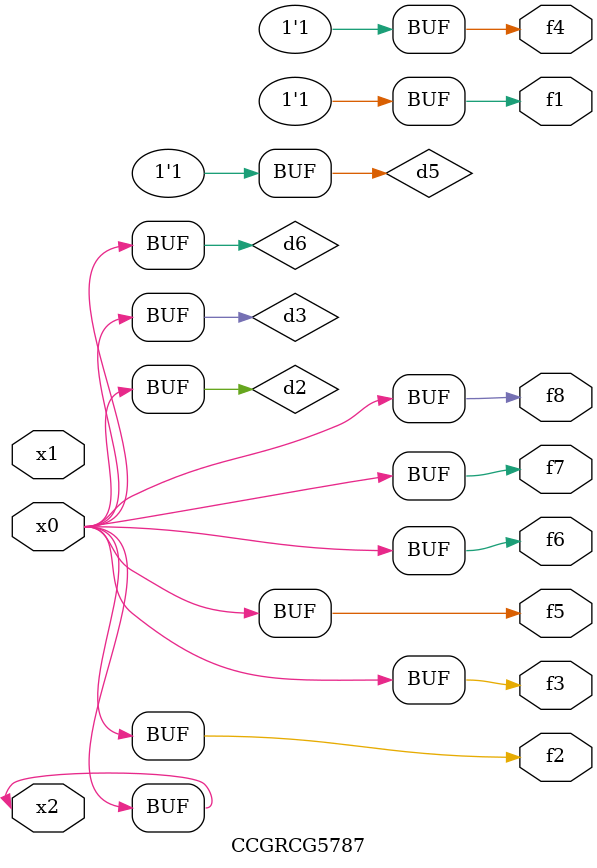
<source format=v>
module CCGRCG5787(
	input x0, x1, x2,
	output f1, f2, f3, f4, f5, f6, f7, f8
);

	wire d1, d2, d3, d4, d5, d6;

	xnor (d1, x2);
	buf (d2, x0, x2);
	and (d3, x0);
	xnor (d4, x1, x2);
	nand (d5, d1, d3);
	buf (d6, d2, d3);
	assign f1 = d5;
	assign f2 = d6;
	assign f3 = d6;
	assign f4 = d5;
	assign f5 = d6;
	assign f6 = d6;
	assign f7 = d6;
	assign f8 = d6;
endmodule

</source>
